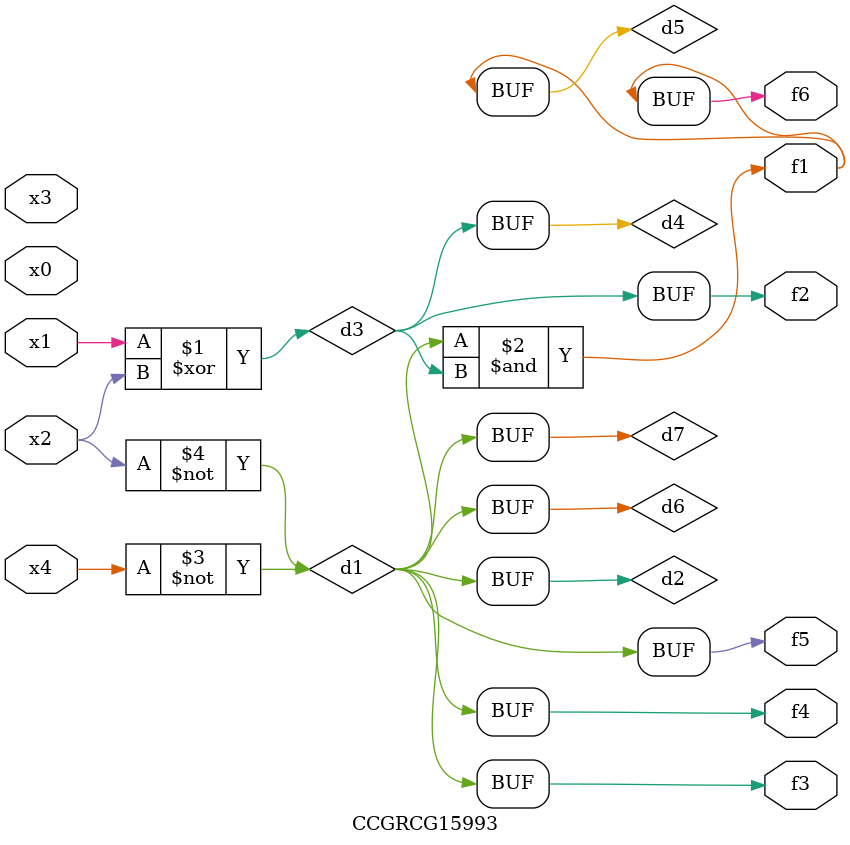
<source format=v>
module CCGRCG15993(
	input x0, x1, x2, x3, x4,
	output f1, f2, f3, f4, f5, f6
);

	wire d1, d2, d3, d4, d5, d6, d7;

	not (d1, x4);
	not (d2, x2);
	xor (d3, x1, x2);
	buf (d4, d3);
	and (d5, d1, d3);
	buf (d6, d1, d2);
	buf (d7, d2);
	assign f1 = d5;
	assign f2 = d4;
	assign f3 = d7;
	assign f4 = d7;
	assign f5 = d7;
	assign f6 = d5;
endmodule

</source>
